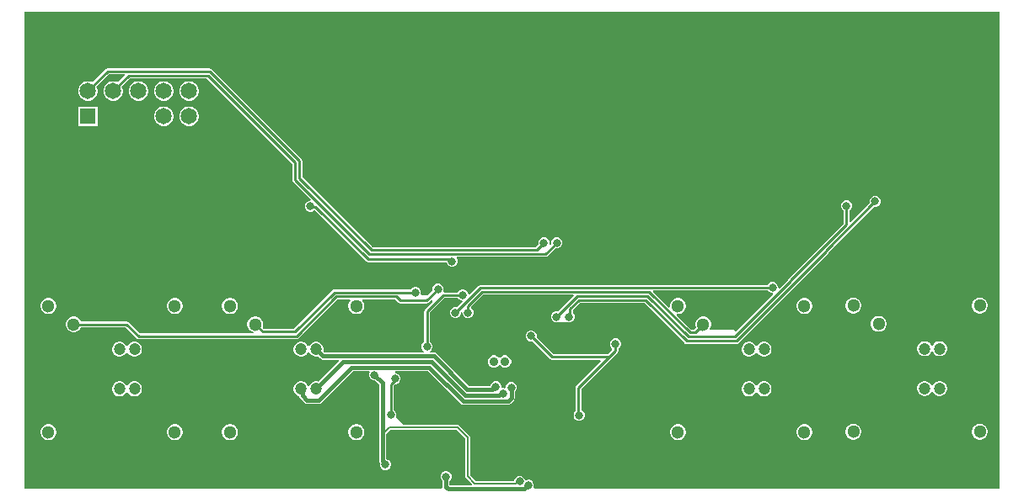
<source format=gbl>
G04*
G04 #@! TF.GenerationSoftware,Altium Limited,Altium Designer,21.2.2 (38)*
G04*
G04 Layer_Physical_Order=2*
G04 Layer_Color=16711680*
%FSLAX25Y25*%
%MOIN*%
G70*
G04*
G04 #@! TF.SameCoordinates,A8DC1787-E1FC-4306-BF81-433DAE83029F*
G04*
G04*
G04 #@! TF.FilePolarity,Positive*
G04*
G01*
G75*
%ADD13C,0.01000*%
%ADD38C,0.13780*%
%ADD40C,0.00800*%
%ADD41C,0.01575*%
%ADD44C,0.03583*%
%ADD45C,0.05118*%
%ADD46C,0.04724*%
%ADD47C,0.06496*%
%ADD48R,0.06496X0.06496*%
%ADD49C,0.03150*%
G36*
X389764Y3937D02*
X205642D01*
X205308Y4437D01*
X205452Y4784D01*
Y5649D01*
X205121Y6448D01*
X204509Y7060D01*
X203710Y7391D01*
X202845D01*
X202472Y7237D01*
X201978Y7224D01*
X201647Y8023D01*
X201035Y8635D01*
X200236Y8966D01*
X199371D01*
X198571Y8635D01*
X197959Y8023D01*
X197628Y7224D01*
Y7023D01*
X182509D01*
X180252Y9281D01*
Y24213D01*
X180174Y24603D01*
X179953Y24934D01*
X176016Y28871D01*
X175686Y29092D01*
X175295Y29169D01*
X153921D01*
X150952Y32138D01*
X150800Y32366D01*
X150994Y32835D01*
Y33700D01*
X150663Y34500D01*
X150051Y35111D01*
X149941Y35157D01*
Y44798D01*
X150454Y45311D01*
X150893D01*
X151693Y45642D01*
X152304Y46254D01*
X152636Y47053D01*
Y47918D01*
X152304Y48718D01*
X151693Y49329D01*
X150893Y49661D01*
X150591D01*
Y50554D01*
X163489D01*
X176460Y37582D01*
X176919Y37276D01*
X177461Y37168D01*
X195223D01*
X195764Y37276D01*
X196223Y37582D01*
X197457Y38816D01*
X197764Y39275D01*
X197871Y39817D01*
Y42354D01*
X198300Y42783D01*
X198632Y43582D01*
Y44448D01*
X198300Y45247D01*
X197689Y45859D01*
X196889Y46190D01*
X196024D01*
X195225Y45859D01*
X194613Y45247D01*
X194282Y44448D01*
Y44026D01*
X193782Y43692D01*
X193715Y43720D01*
X193056D01*
X192823Y43765D01*
X192594Y44155D01*
Y44675D01*
X192263Y45475D01*
X191651Y46087D01*
X190852Y46418D01*
X189987D01*
X189187Y46087D01*
X188575Y45475D01*
X188244Y44675D01*
Y44584D01*
X179661D01*
X166847Y57398D01*
X166388Y57705D01*
X165846Y57812D01*
X164564D01*
X164444Y58217D01*
X164439Y58312D01*
X165033Y58906D01*
X165364Y59705D01*
Y60570D01*
X165033Y61370D01*
X164421Y61981D01*
X164311Y62027D01*
Y73688D01*
X170061Y79439D01*
X175392D01*
X175438Y79328D01*
X176049Y78717D01*
X176849Y78386D01*
X176934D01*
X177125Y77924D01*
X174952Y75751D01*
X174842Y75797D01*
X173977D01*
X173178Y75466D01*
X172566Y74854D01*
X172235Y74055D01*
Y73189D01*
X172566Y72390D01*
X173178Y71778D01*
X173977Y71447D01*
X174842D01*
X175641Y71778D01*
X176253Y72390D01*
X176584Y73189D01*
Y73880D01*
X176656Y73929D01*
X177156Y73664D01*
Y73189D01*
X177487Y72390D01*
X178099Y71778D01*
X178898Y71447D01*
X179763D01*
X180563Y71778D01*
X181174Y72390D01*
X181506Y73189D01*
Y74055D01*
X181174Y74854D01*
X180563Y75466D01*
X180611Y75973D01*
X185431Y80793D01*
X220934D01*
X221125Y80331D01*
X214883Y74090D01*
X214773Y74135D01*
X213908D01*
X213109Y73804D01*
X212497Y73193D01*
X212166Y72393D01*
Y71528D01*
X212497Y70729D01*
X213109Y70117D01*
X213908Y69786D01*
X214773D01*
X215345Y70023D01*
X215426Y69882D01*
X218209D01*
Y69882D01*
X218388Y70001D01*
X218908Y69786D01*
X219773D01*
X220572Y70117D01*
X221184Y70729D01*
X221515Y71528D01*
Y72393D01*
X221184Y73193D01*
X220800Y73577D01*
Y74571D01*
X223749Y77520D01*
X249138D01*
X265049Y61608D01*
X265049Y61608D01*
X265413Y61365D01*
X265842Y61280D01*
X265842Y61280D01*
X285476D01*
X285476Y61280D01*
X285905Y61365D01*
X286269Y61608D01*
X321850Y97189D01*
X321850Y97189D01*
X322093Y97553D01*
X322147Y97825D01*
X339910Y115587D01*
X340020Y115542D01*
X340885D01*
X341685Y115873D01*
X342297Y116485D01*
X342628Y117284D01*
Y118149D01*
X342297Y118948D01*
X341685Y119560D01*
X340885Y119891D01*
X340020D01*
X339221Y119560D01*
X338609Y118948D01*
X338278Y118149D01*
Y117284D01*
X338324Y117174D01*
X330619Y109469D01*
X330157Y109660D01*
Y114055D01*
X330267Y114101D01*
X330879Y114713D01*
X331210Y115512D01*
Y116377D01*
X330879Y117177D01*
X330267Y117789D01*
X329468Y118120D01*
X328603D01*
X327803Y117789D01*
X327192Y117177D01*
X326861Y116377D01*
Y115512D01*
X327192Y114713D01*
X327803Y114101D01*
X327914Y114055D01*
Y109032D01*
X306168Y87286D01*
X305925Y86922D01*
X305870Y86644D01*
X302517Y83292D01*
X302017Y83499D01*
Y83996D01*
X301686Y84795D01*
X301075Y85407D01*
X300275Y85738D01*
X299410D01*
X298611Y85407D01*
X297999Y84795D01*
X297953Y84685D01*
X184350D01*
X183921Y84599D01*
X183557Y84356D01*
X183557Y84356D01*
X179918Y80717D01*
X179456Y80908D01*
Y80993D01*
X179125Y81792D01*
X178513Y82404D01*
X177714Y82735D01*
X176849D01*
X176049Y82404D01*
X175438Y81792D01*
X175392Y81682D01*
X169874D01*
X169536Y82143D01*
X169533Y82165D01*
X169689Y82541D01*
Y83406D01*
X169358Y84206D01*
X168746Y84817D01*
X167947Y85149D01*
X167081D01*
X166282Y84817D01*
X165670Y84206D01*
X165339Y83406D01*
Y82541D01*
X165385Y82431D01*
X163610Y80656D01*
X160938D01*
X160660Y81072D01*
X160738Y81260D01*
Y82126D01*
X160407Y82925D01*
X159795Y83537D01*
X158996Y83868D01*
X158130D01*
X157331Y83537D01*
X156719Y82925D01*
X156674Y82815D01*
X126530D01*
X126530Y82815D01*
X126101Y82729D01*
X125737Y82486D01*
X110416Y67165D01*
X98654D01*
X98129Y67689D01*
X98180Y67777D01*
X98395Y68580D01*
Y69412D01*
X98180Y70215D01*
X97764Y70936D01*
X97176Y71524D01*
X96456Y71940D01*
X95652Y72155D01*
X94820D01*
X94017Y71940D01*
X93296Y71524D01*
X92708Y70936D01*
X92292Y70215D01*
X92077Y69412D01*
Y68580D01*
X92292Y67777D01*
X92708Y67056D01*
X93296Y66468D01*
X94017Y66052D01*
X94611Y65893D01*
X94545Y65393D01*
X49599D01*
X45203Y69789D01*
X44839Y70032D01*
X44410Y70118D01*
X44410Y70118D01*
X26379D01*
X26352Y70215D01*
X25936Y70936D01*
X25348Y71524D01*
X24628Y71940D01*
X23824Y72155D01*
X22993D01*
X22189Y71940D01*
X21469Y71524D01*
X20881Y70936D01*
X20465Y70215D01*
X20250Y69412D01*
Y68580D01*
X20465Y67777D01*
X20881Y67056D01*
X21469Y66468D01*
X22189Y66052D01*
X22993Y65837D01*
X23824D01*
X24628Y66052D01*
X25348Y66468D01*
X25936Y67056D01*
X26352Y67777D01*
X26379Y67874D01*
X43945D01*
X48341Y63479D01*
X48341Y63479D01*
X48705Y63235D01*
X49134Y63150D01*
X111614D01*
X111614Y63150D01*
X112043Y63235D01*
X112407Y63479D01*
X127900Y78971D01*
X132753D01*
X132960Y78471D01*
X132708Y78219D01*
X132292Y77499D01*
X132077Y76695D01*
Y75864D01*
X132292Y75060D01*
X132708Y74340D01*
X133297Y73752D01*
X134017Y73336D01*
X134820Y73120D01*
X135652D01*
X136456Y73336D01*
X137176Y73752D01*
X137764Y74340D01*
X138180Y75060D01*
X138395Y75864D01*
Y76695D01*
X138180Y77499D01*
X137764Y78219D01*
X137512Y78471D01*
X137719Y78971D01*
X150545D01*
X151831Y77685D01*
X152195Y77442D01*
X152624Y77356D01*
X152624Y77356D01*
X163018D01*
X163018Y77356D01*
X163448Y77442D01*
X163811Y77685D01*
X164605Y78478D01*
X165221D01*
X165428Y77978D01*
X162396Y74946D01*
X162153Y74582D01*
X162067Y74153D01*
X162067Y74153D01*
Y62027D01*
X161957Y61981D01*
X161345Y61370D01*
X161014Y60570D01*
Y59705D01*
X161345Y58906D01*
X161939Y58312D01*
X161934Y58217D01*
X161814Y57812D01*
X122633D01*
X122133Y58313D01*
X122254Y58764D01*
Y59544D01*
X122052Y60297D01*
X121662Y60972D01*
X121110Y61524D01*
X120435Y61914D01*
X119681Y62116D01*
X118901D01*
X118148Y61914D01*
X117473Y61524D01*
X116921Y60972D01*
X116616Y60444D01*
X116512Y60411D01*
X116165D01*
X116061Y60444D01*
X115756Y60972D01*
X115205Y61524D01*
X114529Y61914D01*
X113776Y62116D01*
X112996D01*
X112242Y61914D01*
X111567Y61524D01*
X111015Y60972D01*
X110626Y60297D01*
X110424Y59544D01*
Y58764D01*
X110626Y58010D01*
X111015Y57335D01*
X111567Y56783D01*
X112242Y56393D01*
X112996Y56191D01*
X113776D01*
X114529Y56393D01*
X115205Y56783D01*
X115756Y57335D01*
X116061Y57863D01*
X116165Y57896D01*
X116512D01*
X116616Y57863D01*
X116921Y57335D01*
X117473Y56783D01*
X118148Y56393D01*
X118901Y56191D01*
X119681D01*
X120132Y56312D01*
X121047Y55397D01*
X121506Y55091D01*
X122047Y54983D01*
X128215D01*
X128406Y54521D01*
X120132Y46247D01*
X119681Y46368D01*
X118901D01*
X118148Y46166D01*
X117473Y45776D01*
X116921Y45224D01*
X116616Y44696D01*
X116512Y44663D01*
X116165D01*
X116061Y44696D01*
X115756Y45224D01*
X115205Y45776D01*
X114529Y46166D01*
X113776Y46368D01*
X112996D01*
X112242Y46166D01*
X111567Y45776D01*
X111015Y45224D01*
X110626Y44549D01*
X110424Y43795D01*
Y43016D01*
X110626Y42262D01*
X111015Y41587D01*
X111567Y41035D01*
X112242Y40645D01*
X112612Y40546D01*
X112682Y40195D01*
X112988Y39736D01*
X114748Y37976D01*
X115207Y37670D01*
X115748Y37562D01*
X120276D01*
X120817Y37670D01*
X121276Y37976D01*
X133854Y50554D01*
X140196D01*
X140457Y50054D01*
X140203Y49439D01*
Y48574D01*
X140534Y47774D01*
X141146Y47163D01*
X141945Y46832D01*
X142552D01*
X144255Y45129D01*
Y25689D01*
Y14895D01*
X144362Y14353D01*
X144546Y14079D01*
X144479Y13917D01*
Y13052D01*
X144810Y12252D01*
X145422Y11641D01*
X146221Y11310D01*
X147086D01*
X147886Y11641D01*
X148497Y12252D01*
X148828Y13052D01*
Y13917D01*
X148497Y14716D01*
X147886Y15328D01*
X147086Y15659D01*
X147084D01*
Y25662D01*
X148552Y27130D01*
X174873D01*
X178213Y23790D01*
Y8858D01*
X178290Y8468D01*
X178511Y8137D01*
X180994Y5655D01*
X180787Y5155D01*
X172178D01*
X172084Y5249D01*
Y7000D01*
X172513Y7429D01*
X172844Y8229D01*
Y9094D01*
X172513Y9893D01*
X171901Y10505D01*
X171102Y10836D01*
X170237D01*
X169437Y10505D01*
X168826Y9893D01*
X168494Y9094D01*
Y8229D01*
X168826Y7429D01*
X169255Y7000D01*
Y4663D01*
X169300Y4437D01*
X168930Y3937D01*
X3937D01*
Y192913D01*
X389764D01*
Y3937D01*
D02*
G37*
G36*
X297999Y82331D02*
X298611Y81719D01*
X299410Y81388D01*
X299907D01*
X300114Y80888D01*
X285385Y66160D01*
X284696Y66849D01*
X275387D01*
X275099Y67349D01*
X275345Y67777D01*
X275561Y68580D01*
Y69412D01*
X275345Y70215D01*
X274929Y70936D01*
X274341Y71524D01*
X273621Y71940D01*
X272817Y72155D01*
X271986D01*
X271182Y71940D01*
X270462Y71524D01*
X269874Y70936D01*
X269458Y70215D01*
X269243Y69412D01*
Y68580D01*
X269458Y67777D01*
X269508Y67689D01*
X268689Y66870D01*
X267590D01*
X261810Y72650D01*
X261930Y72971D01*
X262047Y73120D01*
X262818D01*
X263621Y73336D01*
X264341Y73752D01*
X264930Y74340D01*
X265345Y75060D01*
X265561Y75864D01*
Y76695D01*
X265345Y77499D01*
X264930Y78219D01*
X264341Y78807D01*
X263621Y79223D01*
X262818Y79439D01*
X261986D01*
X261182Y79223D01*
X260462Y78807D01*
X259874Y78219D01*
X259458Y77499D01*
X259243Y76695D01*
Y75925D01*
X259093Y75808D01*
X258772Y75688D01*
X252481Y81980D01*
X252672Y82441D01*
X297953D01*
X297999Y82331D01*
D02*
G37*
%LPC*%
G36*
X77169Y170413D02*
X77169Y170413D01*
X36831D01*
X36831Y170413D01*
X36402Y170327D01*
X36038Y170084D01*
X36038Y170084D01*
X30867Y164913D01*
X30540Y165102D01*
X29562Y165364D01*
X28548D01*
X27570Y165102D01*
X26692Y164595D01*
X25976Y163879D01*
X25469Y163001D01*
X25207Y162022D01*
Y161009D01*
X25469Y160030D01*
X25976Y159153D01*
X26692Y158437D01*
X27570Y157930D01*
X28548Y157668D01*
X29562D01*
X30540Y157930D01*
X31418Y158437D01*
X32134Y159153D01*
X32641Y160030D01*
X32903Y161009D01*
Y162022D01*
X32641Y163001D01*
X32453Y163327D01*
X37295Y168170D01*
X43470D01*
X43661Y167708D01*
X40867Y164913D01*
X40540Y165102D01*
X39562Y165364D01*
X38548D01*
X37570Y165102D01*
X36692Y164595D01*
X35976Y163879D01*
X35469Y163001D01*
X35207Y162022D01*
Y161009D01*
X35469Y160030D01*
X35976Y159153D01*
X36692Y158437D01*
X37570Y157930D01*
X38548Y157668D01*
X39562D01*
X40540Y157930D01*
X41418Y158437D01*
X42134Y159153D01*
X42641Y160030D01*
X42903Y161009D01*
Y162022D01*
X42641Y163001D01*
X42453Y163327D01*
X45622Y166497D01*
X76012D01*
X109902Y132606D01*
Y126280D01*
X109902Y126280D01*
X109987Y125850D01*
X110231Y125487D01*
X117196Y118521D01*
X116989Y118021D01*
X116595D01*
X115796Y117690D01*
X115184Y117078D01*
X114853Y116279D01*
Y115414D01*
X115184Y114614D01*
X115796Y114003D01*
X116595Y113672D01*
X117460D01*
X118260Y114003D01*
X118658Y114401D01*
X139069Y93990D01*
X139069Y93990D01*
X139433Y93747D01*
X139862Y93662D01*
X139862Y93662D01*
X170896D01*
Y93563D01*
X171227Y92764D01*
X171839Y92152D01*
X172638Y91821D01*
X173503D01*
X174303Y92152D01*
X174915Y92764D01*
X175246Y93563D01*
Y94429D01*
X174915Y95228D01*
X174876Y95267D01*
X175067Y95729D01*
X210039D01*
X210039Y95729D01*
X210469Y95814D01*
X210832Y96057D01*
X213926Y99151D01*
X214036Y99105D01*
X214901D01*
X215700Y99436D01*
X216312Y100048D01*
X216643Y100847D01*
Y101712D01*
X216312Y102512D01*
X215700Y103123D01*
X214901Y103454D01*
X214036D01*
X213237Y103123D01*
X212625Y102512D01*
X212294Y101712D01*
Y100847D01*
X212339Y100737D01*
X211963Y100361D01*
X211539Y100644D01*
X211624Y100847D01*
Y101712D01*
X211293Y102512D01*
X210681Y103123D01*
X209881Y103454D01*
X209016D01*
X208217Y103123D01*
X207605Y102512D01*
X207274Y101712D01*
Y100847D01*
X207320Y100737D01*
X206228Y99645D01*
X141611D01*
X113818Y127437D01*
Y133764D01*
X113818Y133764D01*
X113733Y134193D01*
X113490Y134557D01*
X113490Y134557D01*
X77962Y170084D01*
X77599Y170327D01*
X77169Y170413D01*
D02*
G37*
G36*
X69562Y165364D02*
X68549D01*
X67570Y165102D01*
X66692Y164595D01*
X65976Y163879D01*
X65469Y163001D01*
X65207Y162022D01*
Y161009D01*
X65469Y160030D01*
X65976Y159153D01*
X66692Y158437D01*
X67570Y157930D01*
X68549Y157668D01*
X69562D01*
X70540Y157930D01*
X71418Y158437D01*
X72134Y159153D01*
X72641Y160030D01*
X72903Y161009D01*
Y162022D01*
X72641Y163001D01*
X72134Y163879D01*
X71418Y164595D01*
X70540Y165102D01*
X69562Y165364D01*
D02*
G37*
G36*
X59562D02*
X58548D01*
X57570Y165102D01*
X56692Y164595D01*
X55976Y163879D01*
X55469Y163001D01*
X55207Y162022D01*
Y161009D01*
X55469Y160030D01*
X55976Y159153D01*
X56692Y158437D01*
X57570Y157930D01*
X58548Y157668D01*
X59562D01*
X60540Y157930D01*
X61418Y158437D01*
X62134Y159153D01*
X62641Y160030D01*
X62903Y161009D01*
Y162022D01*
X62641Y163001D01*
X62134Y163879D01*
X61418Y164595D01*
X60540Y165102D01*
X59562Y165364D01*
D02*
G37*
G36*
X49562D02*
X48548D01*
X47570Y165102D01*
X46692Y164595D01*
X45976Y163879D01*
X45469Y163001D01*
X45207Y162022D01*
Y161009D01*
X45469Y160030D01*
X45976Y159153D01*
X46692Y158437D01*
X47570Y157930D01*
X48548Y157668D01*
X49562D01*
X50540Y157930D01*
X51418Y158437D01*
X52134Y159153D01*
X52641Y160030D01*
X52903Y161009D01*
Y162022D01*
X52641Y163001D01*
X52134Y163879D01*
X51418Y164595D01*
X50540Y165102D01*
X49562Y165364D01*
D02*
G37*
G36*
X69562Y155364D02*
X68549D01*
X67570Y155102D01*
X66692Y154595D01*
X65976Y153878D01*
X65469Y153001D01*
X65207Y152022D01*
Y151009D01*
X65469Y150031D01*
X65976Y149153D01*
X66692Y148437D01*
X67570Y147930D01*
X68549Y147668D01*
X69562D01*
X70540Y147930D01*
X71418Y148437D01*
X72134Y149153D01*
X72641Y150031D01*
X72903Y151009D01*
Y152022D01*
X72641Y153001D01*
X72134Y153878D01*
X71418Y154595D01*
X70540Y155102D01*
X69562Y155364D01*
D02*
G37*
G36*
X59562D02*
X58548D01*
X57570Y155102D01*
X56692Y154595D01*
X55976Y153878D01*
X55469Y153001D01*
X55207Y152022D01*
Y151009D01*
X55469Y150031D01*
X55976Y149153D01*
X56692Y148437D01*
X57570Y147930D01*
X58548Y147668D01*
X59562D01*
X60540Y147930D01*
X61418Y148437D01*
X62134Y149153D01*
X62641Y150031D01*
X62903Y151009D01*
Y152022D01*
X62641Y153001D01*
X62134Y153878D01*
X61418Y154595D01*
X60540Y155102D01*
X59562Y155364D01*
D02*
G37*
G36*
X32903D02*
X25207D01*
Y147668D01*
X32903D01*
Y155364D01*
D02*
G37*
G36*
X382244Y79638D02*
X381412D01*
X380609Y79423D01*
X379888Y79007D01*
X379300Y78419D01*
X378884Y77698D01*
X378669Y76895D01*
Y76063D01*
X378884Y75260D01*
X379300Y74539D01*
X379888Y73951D01*
X380609Y73535D01*
X381412Y73320D01*
X382244D01*
X383048Y73535D01*
X383768Y73951D01*
X384356Y74539D01*
X384772Y75260D01*
X384987Y76063D01*
Y76895D01*
X384772Y77698D01*
X384356Y78419D01*
X383768Y79007D01*
X383048Y79423D01*
X382244Y79638D01*
D02*
G37*
G36*
X332244D02*
X331412D01*
X330609Y79423D01*
X329888Y79007D01*
X329300Y78419D01*
X328884Y77698D01*
X328669Y76895D01*
Y76063D01*
X328884Y75260D01*
X329300Y74539D01*
X329888Y73951D01*
X330609Y73535D01*
X331412Y73320D01*
X332244D01*
X333048Y73535D01*
X333768Y73951D01*
X334356Y74539D01*
X334772Y75260D01*
X334987Y76063D01*
Y76895D01*
X334772Y77698D01*
X334356Y78419D01*
X333768Y79007D01*
X333048Y79423D01*
X332244Y79638D01*
D02*
G37*
G36*
X312818Y79439D02*
X311986D01*
X311182Y79223D01*
X310462Y78807D01*
X309874Y78219D01*
X309458Y77499D01*
X309243Y76695D01*
Y75864D01*
X309458Y75060D01*
X309874Y74340D01*
X310462Y73752D01*
X311182Y73336D01*
X311986Y73120D01*
X312818D01*
X313621Y73336D01*
X314341Y73752D01*
X314930Y74340D01*
X315345Y75060D01*
X315561Y75864D01*
Y76695D01*
X315345Y77499D01*
X314930Y78219D01*
X314341Y78807D01*
X313621Y79223D01*
X312818Y79439D01*
D02*
G37*
G36*
X85652D02*
X84820D01*
X84017Y79223D01*
X83297Y78807D01*
X82708Y78219D01*
X82292Y77499D01*
X82077Y76695D01*
Y75864D01*
X82292Y75060D01*
X82708Y74340D01*
X83297Y73752D01*
X84017Y73336D01*
X84820Y73120D01*
X85652D01*
X86456Y73336D01*
X87176Y73752D01*
X87764Y74340D01*
X88180Y75060D01*
X88395Y75864D01*
Y76695D01*
X88180Y77499D01*
X87764Y78219D01*
X87176Y78807D01*
X86456Y79223D01*
X85652Y79439D01*
D02*
G37*
G36*
X63824D02*
X62993D01*
X62189Y79223D01*
X61469Y78807D01*
X60881Y78219D01*
X60465Y77499D01*
X60250Y76695D01*
Y75864D01*
X60465Y75060D01*
X60881Y74340D01*
X61469Y73752D01*
X62189Y73336D01*
X62993Y73120D01*
X63824D01*
X64628Y73336D01*
X65348Y73752D01*
X65936Y74340D01*
X66352Y75060D01*
X66568Y75864D01*
Y76695D01*
X66352Y77499D01*
X65936Y78219D01*
X65348Y78807D01*
X64628Y79223D01*
X63824Y79439D01*
D02*
G37*
G36*
X13825D02*
X12993D01*
X12189Y79223D01*
X11469Y78807D01*
X10881Y78219D01*
X10465Y77499D01*
X10250Y76695D01*
Y75864D01*
X10465Y75060D01*
X10881Y74340D01*
X11469Y73752D01*
X12189Y73336D01*
X12993Y73120D01*
X13825D01*
X14628Y73336D01*
X15348Y73752D01*
X15936Y74340D01*
X16352Y75060D01*
X16568Y75864D01*
Y76695D01*
X16352Y77499D01*
X15936Y78219D01*
X15348Y78807D01*
X14628Y79223D01*
X13825Y79439D01*
D02*
G37*
G36*
X342244Y72355D02*
X341412D01*
X340609Y72139D01*
X339888Y71723D01*
X339300Y71135D01*
X338884Y70415D01*
X338669Y69611D01*
Y68780D01*
X338884Y67976D01*
X339300Y67256D01*
X339888Y66668D01*
X340609Y66252D01*
X341412Y66036D01*
X342244D01*
X343047Y66252D01*
X343768Y66668D01*
X344356Y67256D01*
X344772Y67976D01*
X344987Y68780D01*
Y69611D01*
X344772Y70415D01*
X344356Y71135D01*
X343768Y71723D01*
X343047Y72139D01*
X342244Y72355D01*
D02*
G37*
G36*
X366273Y62315D02*
X365493D01*
X364740Y62113D01*
X364064Y61723D01*
X363513Y61172D01*
X363208Y60643D01*
X363104Y60611D01*
X362757D01*
X362653Y60643D01*
X362348Y61172D01*
X361797Y61723D01*
X361121Y62113D01*
X360368Y62315D01*
X359588D01*
X358834Y62113D01*
X358159Y61723D01*
X357607Y61172D01*
X357217Y60496D01*
X357015Y59743D01*
Y58963D01*
X357217Y58210D01*
X357607Y57534D01*
X358159Y56983D01*
X358834Y56593D01*
X359588Y56391D01*
X360368D01*
X361121Y56593D01*
X361797Y56983D01*
X362348Y57534D01*
X362653Y58063D01*
X362757Y58095D01*
X363104D01*
X363208Y58063D01*
X363513Y57534D01*
X364064Y56983D01*
X364740Y56593D01*
X365493Y56391D01*
X366273D01*
X367027Y56593D01*
X367702Y56983D01*
X368254Y57534D01*
X368644Y58210D01*
X368846Y58963D01*
Y59743D01*
X368644Y60496D01*
X368254Y61172D01*
X367702Y61723D01*
X367027Y62113D01*
X366273Y62315D01*
D02*
G37*
G36*
X296847Y62116D02*
X296067D01*
X295313Y61914D01*
X294638Y61524D01*
X294086Y60972D01*
X293781Y60444D01*
X293677Y60411D01*
X293331D01*
X293227Y60444D01*
X292921Y60972D01*
X292370Y61524D01*
X291695Y61914D01*
X290941Y62116D01*
X290161D01*
X289408Y61914D01*
X288732Y61524D01*
X288181Y60972D01*
X287791Y60297D01*
X287589Y59544D01*
Y58764D01*
X287791Y58010D01*
X288181Y57335D01*
X288732Y56783D01*
X289408Y56393D01*
X290161Y56191D01*
X290941D01*
X291695Y56393D01*
X292370Y56783D01*
X292921Y57335D01*
X293227Y57863D01*
X293331Y57896D01*
X293677D01*
X293781Y57863D01*
X294086Y57335D01*
X294638Y56783D01*
X295313Y56393D01*
X296067Y56191D01*
X296847D01*
X297600Y56393D01*
X298275Y56783D01*
X298827Y57335D01*
X299217Y58010D01*
X299419Y58764D01*
Y59544D01*
X299217Y60297D01*
X298827Y60972D01*
X298275Y61524D01*
X297600Y61914D01*
X296847Y62116D01*
D02*
G37*
G36*
X47854D02*
X47074D01*
X46320Y61914D01*
X45645Y61524D01*
X45093Y60972D01*
X44788Y60444D01*
X44684Y60411D01*
X44338D01*
X44234Y60444D01*
X43929Y60972D01*
X43377Y61524D01*
X42702Y61914D01*
X41948Y62116D01*
X41168D01*
X40415Y61914D01*
X39739Y61524D01*
X39188Y60972D01*
X38798Y60297D01*
X38596Y59544D01*
Y58764D01*
X38798Y58010D01*
X39188Y57335D01*
X39739Y56783D01*
X40415Y56393D01*
X41168Y56191D01*
X41948D01*
X42702Y56393D01*
X43377Y56783D01*
X43929Y57335D01*
X44234Y57863D01*
X44338Y57896D01*
X44684D01*
X44788Y57863D01*
X45093Y57335D01*
X45645Y56783D01*
X46320Y56393D01*
X47074Y56191D01*
X47854D01*
X48607Y56393D01*
X49283Y56783D01*
X49834Y57335D01*
X50224Y58010D01*
X50426Y58764D01*
Y59544D01*
X50224Y60297D01*
X49834Y60972D01*
X49283Y61524D01*
X48607Y61914D01*
X47854Y62116D01*
D02*
G37*
G36*
X194570Y56722D02*
X193619D01*
X192740Y56358D01*
X192255Y55873D01*
X191929Y55741D01*
X191604Y55873D01*
X191118Y56358D01*
X190240Y56722D01*
X189288D01*
X188409Y56358D01*
X187736Y55686D01*
X187372Y54807D01*
Y53855D01*
X187736Y52976D01*
X188409Y52304D01*
X189288Y51940D01*
X190240D01*
X191118Y52304D01*
X191604Y52789D01*
X191929Y52921D01*
X192255Y52789D01*
X192740Y52304D01*
X193619Y51940D01*
X194570D01*
X195449Y52304D01*
X196122Y52976D01*
X196486Y53855D01*
Y54807D01*
X196122Y55686D01*
X195449Y56358D01*
X194570Y56722D01*
D02*
G37*
G36*
X366273Y46567D02*
X365493D01*
X364740Y46365D01*
X364064Y45975D01*
X363513Y45424D01*
X363208Y44895D01*
X363104Y44863D01*
X362757D01*
X362653Y44895D01*
X362348Y45424D01*
X361797Y45975D01*
X361121Y46365D01*
X360368Y46567D01*
X359588D01*
X358834Y46365D01*
X358159Y45975D01*
X357607Y45424D01*
X357217Y44748D01*
X357015Y43995D01*
Y43215D01*
X357217Y42462D01*
X357607Y41786D01*
X358159Y41235D01*
X358834Y40845D01*
X359588Y40643D01*
X360368D01*
X361121Y40845D01*
X361797Y41235D01*
X362348Y41786D01*
X362653Y42315D01*
X362757Y42347D01*
X363104D01*
X363208Y42315D01*
X363513Y41786D01*
X364064Y41235D01*
X364740Y40845D01*
X365493Y40643D01*
X366273D01*
X367027Y40845D01*
X367702Y41235D01*
X368254Y41786D01*
X368644Y42462D01*
X368846Y43215D01*
Y43995D01*
X368644Y44748D01*
X368254Y45424D01*
X367702Y45975D01*
X367027Y46365D01*
X366273Y46567D01*
D02*
G37*
G36*
X296847Y46368D02*
X296067D01*
X295313Y46166D01*
X294638Y45776D01*
X294086Y45224D01*
X293781Y44696D01*
X293677Y44663D01*
X293331D01*
X293227Y44696D01*
X292921Y45224D01*
X292370Y45776D01*
X291695Y46166D01*
X290941Y46368D01*
X290161D01*
X289408Y46166D01*
X288732Y45776D01*
X288181Y45224D01*
X287791Y44549D01*
X287589Y43795D01*
Y43016D01*
X287791Y42262D01*
X288181Y41587D01*
X288732Y41035D01*
X289408Y40645D01*
X290161Y40443D01*
X290941D01*
X291695Y40645D01*
X292370Y41035D01*
X292921Y41587D01*
X293227Y42115D01*
X293331Y42148D01*
X293677D01*
X293781Y42115D01*
X294086Y41587D01*
X294638Y41035D01*
X295313Y40645D01*
X296067Y40443D01*
X296847D01*
X297600Y40645D01*
X298275Y41035D01*
X298827Y41587D01*
X299217Y42262D01*
X299419Y43016D01*
Y43795D01*
X299217Y44549D01*
X298827Y45224D01*
X298275Y45776D01*
X297600Y46166D01*
X296847Y46368D01*
D02*
G37*
G36*
X47854D02*
X47074D01*
X46320Y46166D01*
X45645Y45776D01*
X45093Y45224D01*
X44788Y44696D01*
X44684Y44663D01*
X44338D01*
X44234Y44696D01*
X43929Y45224D01*
X43377Y45776D01*
X42702Y46166D01*
X41948Y46368D01*
X41168D01*
X40415Y46166D01*
X39739Y45776D01*
X39188Y45224D01*
X38798Y44549D01*
X38596Y43795D01*
Y43016D01*
X38798Y42262D01*
X39188Y41587D01*
X39739Y41035D01*
X40415Y40645D01*
X41168Y40443D01*
X41948D01*
X42702Y40645D01*
X43377Y41035D01*
X43929Y41587D01*
X44234Y42115D01*
X44338Y42148D01*
X44684D01*
X44788Y42115D01*
X45093Y41587D01*
X45645Y41035D01*
X46320Y40645D01*
X47074Y40443D01*
X47854D01*
X48607Y40645D01*
X49283Y41035D01*
X49834Y41587D01*
X50224Y42262D01*
X50426Y43016D01*
Y43795D01*
X50224Y44549D01*
X49834Y45224D01*
X49283Y45776D01*
X48607Y46166D01*
X47854Y46368D01*
D02*
G37*
G36*
X204783Y66547D02*
X203918D01*
X203118Y66216D01*
X202507Y65604D01*
X202176Y64805D01*
Y63939D01*
X202507Y63140D01*
X203118Y62528D01*
X203918Y62197D01*
X204783D01*
X204893Y62243D01*
X211827Y55309D01*
X211827Y55309D01*
X212191Y55066D01*
X212620Y54981D01*
X231777D01*
X231968Y54519D01*
X222238Y44789D01*
X221995Y44425D01*
X221910Y43996D01*
X221910Y43996D01*
Y34631D01*
X221455Y34177D01*
X221124Y33377D01*
Y32512D01*
X221455Y31713D01*
X222067Y31101D01*
X222867Y30770D01*
X223732D01*
X224531Y31101D01*
X225143Y31713D01*
X225474Y32512D01*
Y33377D01*
X225143Y34177D01*
X224531Y34789D01*
X224153Y34945D01*
Y43532D01*
X235931Y55309D01*
X235931Y55309D01*
X238490Y57868D01*
X238490Y57868D01*
X238733Y58232D01*
X238818Y58661D01*
Y59297D01*
X239016Y59379D01*
X239628Y59991D01*
X239959Y60790D01*
Y61655D01*
X239628Y62454D01*
X239016Y63066D01*
X238216Y63397D01*
X237351D01*
X236552Y63066D01*
X235940Y62454D01*
X235609Y61655D01*
Y60790D01*
X235940Y59991D01*
X236384Y59547D01*
X236393Y58986D01*
X236364Y58915D01*
X234673Y57224D01*
X213085D01*
X206480Y63829D01*
X206525Y63939D01*
Y64805D01*
X206194Y65604D01*
X205582Y66216D01*
X204783Y66547D01*
D02*
G37*
G36*
X382244Y29638D02*
X381412D01*
X380609Y29423D01*
X379888Y29007D01*
X379300Y28419D01*
X378884Y27698D01*
X378669Y26895D01*
Y26063D01*
X378884Y25260D01*
X379300Y24539D01*
X379888Y23951D01*
X380609Y23535D01*
X381412Y23320D01*
X382244D01*
X383048Y23535D01*
X383768Y23951D01*
X384356Y24539D01*
X384772Y25260D01*
X384987Y26063D01*
Y26895D01*
X384772Y27698D01*
X384356Y28419D01*
X383768Y29007D01*
X383048Y29423D01*
X382244Y29638D01*
D02*
G37*
G36*
X332244D02*
X331412D01*
X330609Y29423D01*
X329888Y29007D01*
X329300Y28419D01*
X328884Y27698D01*
X328669Y26895D01*
Y26063D01*
X328884Y25260D01*
X329300Y24539D01*
X329888Y23951D01*
X330609Y23535D01*
X331412Y23320D01*
X332244D01*
X333048Y23535D01*
X333768Y23951D01*
X334356Y24539D01*
X334772Y25260D01*
X334987Y26063D01*
Y26895D01*
X334772Y27698D01*
X334356Y28419D01*
X333768Y29007D01*
X333048Y29423D01*
X332244Y29638D01*
D02*
G37*
G36*
X312818Y29439D02*
X311986D01*
X311182Y29223D01*
X310462Y28807D01*
X309874Y28219D01*
X309458Y27499D01*
X309243Y26695D01*
Y25864D01*
X309458Y25060D01*
X309874Y24340D01*
X310462Y23752D01*
X311182Y23336D01*
X311986Y23121D01*
X312818D01*
X313621Y23336D01*
X314341Y23752D01*
X314930Y24340D01*
X315345Y25060D01*
X315561Y25864D01*
Y26695D01*
X315345Y27499D01*
X314930Y28219D01*
X314341Y28807D01*
X313621Y29223D01*
X312818Y29439D01*
D02*
G37*
G36*
X262818D02*
X261986D01*
X261182Y29223D01*
X260462Y28807D01*
X259874Y28219D01*
X259458Y27499D01*
X259243Y26695D01*
Y25864D01*
X259458Y25060D01*
X259874Y24340D01*
X260462Y23752D01*
X261182Y23336D01*
X261986Y23121D01*
X262818D01*
X263621Y23336D01*
X264341Y23752D01*
X264930Y24340D01*
X265345Y25060D01*
X265561Y25864D01*
Y26695D01*
X265345Y27499D01*
X264930Y28219D01*
X264341Y28807D01*
X263621Y29223D01*
X262818Y29439D01*
D02*
G37*
G36*
X135652D02*
X134820D01*
X134017Y29223D01*
X133297Y28807D01*
X132708Y28219D01*
X132292Y27499D01*
X132077Y26695D01*
Y25864D01*
X132292Y25060D01*
X132708Y24340D01*
X133297Y23752D01*
X134017Y23336D01*
X134820Y23121D01*
X135652D01*
X136456Y23336D01*
X137176Y23752D01*
X137764Y24340D01*
X138180Y25060D01*
X138395Y25864D01*
Y26695D01*
X138180Y27499D01*
X137764Y28219D01*
X137176Y28807D01*
X136456Y29223D01*
X135652Y29439D01*
D02*
G37*
G36*
X85652D02*
X84820D01*
X84017Y29223D01*
X83297Y28807D01*
X82708Y28219D01*
X82292Y27499D01*
X82077Y26695D01*
Y25864D01*
X82292Y25060D01*
X82708Y24340D01*
X83297Y23752D01*
X84017Y23336D01*
X84820Y23121D01*
X85652D01*
X86456Y23336D01*
X87176Y23752D01*
X87764Y24340D01*
X88180Y25060D01*
X88395Y25864D01*
Y26695D01*
X88180Y27499D01*
X87764Y28219D01*
X87176Y28807D01*
X86456Y29223D01*
X85652Y29439D01*
D02*
G37*
G36*
X63824D02*
X62993D01*
X62189Y29223D01*
X61469Y28807D01*
X60881Y28219D01*
X60465Y27499D01*
X60250Y26695D01*
Y25864D01*
X60465Y25060D01*
X60881Y24340D01*
X61469Y23752D01*
X62189Y23336D01*
X62993Y23121D01*
X63824D01*
X64628Y23336D01*
X65348Y23752D01*
X65936Y24340D01*
X66352Y25060D01*
X66568Y25864D01*
Y26695D01*
X66352Y27499D01*
X65936Y28219D01*
X65348Y28807D01*
X64628Y29223D01*
X63824Y29439D01*
D02*
G37*
G36*
X13825D02*
X12993D01*
X12189Y29223D01*
X11469Y28807D01*
X10881Y28219D01*
X10465Y27499D01*
X10250Y26695D01*
Y25864D01*
X10465Y25060D01*
X10881Y24340D01*
X11469Y23752D01*
X12189Y23336D01*
X12993Y23121D01*
X13825D01*
X14628Y23336D01*
X15348Y23752D01*
X15936Y24340D01*
X16352Y25060D01*
X16568Y25864D01*
Y26695D01*
X16352Y27499D01*
X15936Y28219D01*
X15348Y28807D01*
X14628Y29223D01*
X13825Y29439D01*
D02*
G37*
%LPD*%
D13*
X163189Y60138D02*
Y74153D01*
X169596Y80560D01*
X163018Y78478D02*
X167514Y82974D01*
X152624Y78478D02*
X163018D01*
X167514Y82974D02*
Y82974D01*
X169596Y80560D02*
X177281D01*
X184966Y81915D02*
X250959D01*
X179331Y76279D02*
X184966Y81915D01*
X174409Y73622D02*
X184350Y83563D01*
X179331Y73622D02*
Y76279D01*
X184350Y83563D02*
X299843D01*
X174409Y73622D02*
Y73622D01*
X151009Y80093D02*
X152624Y78478D01*
X148819Y33268D02*
Y45262D01*
X150461Y46904D02*
Y47486D01*
X148819Y45262D02*
X150461Y46904D01*
X266535Y64075D02*
X284887D01*
X265842Y62402D02*
X285476D01*
X284887Y64075D02*
X306961Y86149D01*
X285476Y62402D02*
X321057Y97982D01*
Y98321D01*
X306961Y86149D02*
Y86493D01*
X321057Y98321D02*
X340453Y117717D01*
X306961Y86493D02*
X329035Y108567D01*
X214340Y71961D02*
X222695Y80315D01*
X171702Y94784D02*
X172489Y93996D01*
X119088Y115558D02*
X139862Y94784D01*
X172489Y93996D02*
X173071D01*
X139862Y94784D02*
X171702D01*
X117028Y115847D02*
X117316Y115558D01*
X119088D01*
X329035Y108567D02*
Y115945D01*
X223031Y33212D02*
X223299Y32945D01*
X223031Y33212D02*
Y43996D01*
X223284Y78642D02*
X249602D01*
X219678Y72298D02*
Y75036D01*
X219340Y71961D02*
X219678Y72298D01*
X222695Y80315D02*
X250295D01*
X219678Y75036D02*
X223284Y78642D01*
X250295Y80315D02*
X266535Y64075D01*
X249602Y78642D02*
X265842Y62402D01*
X250959Y81915D02*
X267126Y65748D01*
X269153D02*
X272402Y68996D01*
X267126Y65748D02*
X269153D01*
X223031Y43996D02*
X235138Y56102D01*
X204350Y64372D02*
X212620Y56102D01*
X235138D01*
X237697Y58661D02*
Y61136D01*
X235138Y56102D02*
X237697Y58661D01*
Y61136D02*
X237784Y61222D01*
X29055Y161516D02*
X36831Y169291D01*
X39055Y161516D02*
X45158Y167618D01*
X36831Y169291D02*
X77169D01*
X45158Y167618D02*
X76476D01*
X77169Y169291D02*
X112697Y133764D01*
X76476Y167618D02*
X111024Y133071D01*
Y126280D02*
Y133071D01*
X112697Y126973D02*
Y133764D01*
Y126973D02*
X141146Y98524D01*
X111024Y126280D02*
X140453Y96850D01*
X141146Y98524D02*
X206693D01*
X140453Y96850D02*
X210039D01*
X214469Y101279D01*
X206693Y98524D02*
X209449Y101279D01*
X111614Y64272D02*
X127435Y80093D01*
X151009D01*
X110880Y66043D02*
X126530Y81693D01*
X158563D01*
X95236Y68996D02*
X98189Y66043D01*
X110880D01*
X49134Y64272D02*
X111614D01*
X44410Y68996D02*
X49134Y64272D01*
X23409Y68996D02*
X44410D01*
D38*
X170984Y152539D02*
D03*
X222716Y152539D02*
D03*
D40*
X199167Y6791D02*
X199803D01*
X182087Y6004D02*
X198380D01*
X179232Y8858D02*
X182087Y6004D01*
X198380D02*
X199167Y6791D01*
X175295Y28150D02*
X179232Y24213D01*
Y8858D02*
Y24213D01*
X148130Y28150D02*
X175295D01*
X145669Y25689D02*
X148130Y28150D01*
D41*
X146653Y13484D02*
Y13910D01*
X145669Y14895D02*
X146653Y13910D01*
X188919Y43169D02*
X189993Y44243D01*
X165846Y56398D02*
X179075Y43169D01*
X189993Y44243D02*
X190419D01*
X179075Y43169D02*
X188919D01*
X195223Y38583D02*
X196457Y39817D01*
X178325Y40843D02*
X191573D01*
X177461Y38583D02*
X195223D01*
X164075Y51968D02*
X177461Y38583D01*
X191973Y41244D02*
X192982D01*
X196457Y39817D02*
Y44015D01*
X164946Y54223D02*
X178325Y40843D01*
X191573D02*
X191973Y41244D01*
X192982D02*
X193283Y41545D01*
X145669Y25689D02*
Y45715D01*
X142377Y49006D02*
X145669Y45715D01*
X120276Y38976D02*
X133268Y51968D01*
X119291Y59153D02*
X122047Y56398D01*
X119291Y43406D02*
X130109Y54223D01*
X164946D01*
X122047Y56398D02*
X165846D01*
X133268Y51968D02*
X164075D01*
X203113Y5217D02*
X203277D01*
X201637Y3740D02*
X203113Y5217D01*
X145669Y14895D02*
Y25689D01*
X171592Y3740D02*
X201637D01*
X170669Y4663D02*
X171592Y3740D01*
X170669Y4663D02*
Y8661D01*
X115748Y38976D02*
X120276D01*
X113988Y40736D02*
X115748Y38976D01*
X113386Y43406D02*
X113988Y42803D01*
Y40736D02*
Y42803D01*
D44*
X189764Y54331D02*
D03*
X194095D02*
D03*
D45*
X371828Y69195D02*
D03*
X341828D02*
D03*
X381828Y26479D02*
D03*
X331828D02*
D03*
X381828Y76479D02*
D03*
X331828D02*
D03*
X13409Y76279D02*
D03*
X63409D02*
D03*
X13409Y26280D02*
D03*
X63409D02*
D03*
X23409Y68996D02*
D03*
X53409D02*
D03*
X302402D02*
D03*
X272402D02*
D03*
X312402Y26280D02*
D03*
X262402D02*
D03*
X312402Y76279D02*
D03*
X262402D02*
D03*
X125236Y68996D02*
D03*
X95236D02*
D03*
X135236Y26280D02*
D03*
X85236D02*
D03*
X135236Y76279D02*
D03*
X85236D02*
D03*
D46*
X359978Y59353D02*
D03*
Y43605D02*
D03*
X365883D02*
D03*
Y59353D02*
D03*
X47464Y59153D02*
D03*
X41558Y43406D02*
D03*
X47464D02*
D03*
X41558Y59153D02*
D03*
X290551D02*
D03*
Y43406D02*
D03*
X296457D02*
D03*
Y59153D02*
D03*
X113386D02*
D03*
Y43406D02*
D03*
X119291D02*
D03*
Y59153D02*
D03*
D47*
X69055Y161516D02*
D03*
X59055D02*
D03*
X69055Y151516D02*
D03*
X59055D02*
D03*
X49055Y161516D02*
D03*
Y151516D02*
D03*
X29055Y161516D02*
D03*
X39055Y151516D02*
D03*
Y161516D02*
D03*
D48*
X29055Y151516D02*
D03*
D49*
X173071Y93996D02*
D03*
X179331Y73622D02*
D03*
X177281Y80560D02*
D03*
X167514Y82974D02*
D03*
X204350Y64372D02*
D03*
X174409Y73622D02*
D03*
X158563Y81693D02*
D03*
X168855Y141831D02*
D03*
X159252Y150394D02*
D03*
X160039Y155217D02*
D03*
X197237Y178030D02*
D03*
X198327Y156028D02*
D03*
X202354Y167811D02*
D03*
X192027Y167642D02*
D03*
X150000Y74592D02*
D03*
X194437Y112167D02*
D03*
X207283Y119095D02*
D03*
X203248Y124138D02*
D03*
X202756Y128609D02*
D03*
X207087Y113878D02*
D03*
X196063Y117028D02*
D03*
X192913Y122146D02*
D03*
X192126Y127657D02*
D03*
X146653Y13484D02*
D03*
X187303Y74606D02*
D03*
X213071Y77461D02*
D03*
X198425Y78740D02*
D03*
X190419Y44243D02*
D03*
X163189Y60138D02*
D03*
X189676Y77495D02*
D03*
X193071Y75492D02*
D03*
X150461Y47486D02*
D03*
X170430Y106988D02*
D03*
X166931Y102263D02*
D03*
X299843Y83563D02*
D03*
X345036Y94488D02*
D03*
X348232Y57956D02*
D03*
X326926Y59252D02*
D03*
X310549Y59252D02*
D03*
X302615Y99213D02*
D03*
X236813Y125857D02*
D03*
X231552Y126181D02*
D03*
X271414Y93799D02*
D03*
X242182Y93898D02*
D03*
X294446Y33957D02*
D03*
X248087Y28937D02*
D03*
X284308Y23031D02*
D03*
X274374Y34021D02*
D03*
X257697Y37356D02*
D03*
X142651Y106569D02*
D03*
X118461Y98327D02*
D03*
X90491Y102518D02*
D03*
X73481Y112697D02*
D03*
X353501Y159547D02*
D03*
X295472Y157579D02*
D03*
X285630Y175787D02*
D03*
X246519Y169327D02*
D03*
X278839Y162500D02*
D03*
X284547Y146260D02*
D03*
X309813Y121793D02*
D03*
X296611Y112303D02*
D03*
X277123Y120965D02*
D03*
X257665Y114569D02*
D03*
X259997Y122146D02*
D03*
X255666Y108169D02*
D03*
X247595Y115256D02*
D03*
X227812Y117421D02*
D03*
X235390Y110335D02*
D03*
X219403Y114341D02*
D03*
X215784Y122441D02*
D03*
X208028Y124213D02*
D03*
X385981Y172343D02*
D03*
X386276Y152067D02*
D03*
X386572Y131791D02*
D03*
X386337Y106925D02*
D03*
X386965Y87303D02*
D03*
X386670Y60532D02*
D03*
X386769Y43602D02*
D03*
X386276Y17028D02*
D03*
X382144Y7144D02*
D03*
X361473Y6890D02*
D03*
X341887Y6988D02*
D03*
X314721Y6496D02*
D03*
X293363Y6299D02*
D03*
X273481Y6201D02*
D03*
X253796D02*
D03*
X237457Y6299D02*
D03*
X137064Y7283D02*
D03*
X117772Y7087D02*
D03*
X97005D02*
D03*
X76828Y7185D02*
D03*
X55863D02*
D03*
X31453Y7382D02*
D03*
X9209Y13386D02*
D03*
X8422Y45374D02*
D03*
X8816Y64961D02*
D03*
X9013Y97146D02*
D03*
X8520Y118405D02*
D03*
X8324Y140847D02*
D03*
X7831Y165748D02*
D03*
X386670Y187894D02*
D03*
X363442Y188091D02*
D03*
X341198Y189075D02*
D03*
X319741Y189272D02*
D03*
X298383Y189370D02*
D03*
X275843Y189469D02*
D03*
X249564D02*
D03*
X223973Y189370D02*
D03*
X201926Y189567D02*
D03*
X182536Y189469D02*
D03*
X164820Y189764D02*
D03*
X146217Y189862D02*
D03*
X127910Y189764D02*
D03*
X107142D02*
D03*
X89524D02*
D03*
X70135Y189665D02*
D03*
X50843D02*
D03*
X34997Y189862D02*
D03*
X21203Y189906D02*
D03*
X7831Y189961D02*
D03*
X214340Y71961D02*
D03*
X142377Y49006D02*
D03*
X186618Y122663D02*
D03*
X183127Y130512D02*
D03*
X174195Y131507D02*
D03*
X126713Y137929D02*
D03*
X130503Y129981D02*
D03*
X125942Y122441D02*
D03*
X146085Y130875D02*
D03*
X144663Y123664D02*
D03*
X145036Y118405D02*
D03*
X156890Y73646D02*
D03*
X154975Y62766D02*
D03*
X181299Y59768D02*
D03*
X206693Y74311D02*
D03*
X203071Y75492D02*
D03*
X226969Y12622D02*
D03*
X218504Y7406D02*
D03*
X214499Y9728D02*
D03*
X217126Y13114D02*
D03*
X217843Y21503D02*
D03*
X227658Y18528D02*
D03*
X217815Y33193D02*
D03*
X224016Y26992D02*
D03*
X218996Y27583D02*
D03*
X227461Y22760D02*
D03*
X203277Y5217D02*
D03*
X193283Y41545D02*
D03*
X196457Y44015D02*
D03*
X120141Y152788D02*
D03*
X120866Y139567D02*
D03*
X109350Y146752D02*
D03*
X98817Y153662D02*
D03*
X92816Y163508D02*
D03*
X98176Y133212D02*
D03*
X88155Y141776D02*
D03*
X90453Y130217D02*
D03*
X80814Y140786D02*
D03*
X78892Y129833D02*
D03*
X67006Y140087D02*
D03*
X59782Y133969D02*
D03*
X51509Y141718D02*
D03*
X43799Y142224D02*
D03*
X223862Y161417D02*
D03*
X236221D02*
D03*
X230806Y165354D02*
D03*
X222716Y169291D02*
D03*
X160039Y165354D02*
D03*
X151730Y155417D02*
D03*
X150379Y141732D02*
D03*
X160827Y134055D02*
D03*
X159702Y141732D02*
D03*
X188827Y21945D02*
D03*
X186679Y27381D02*
D03*
X193898Y23622D02*
D03*
X208366Y19200D02*
D03*
X200893Y21414D02*
D03*
X204921Y23622D02*
D03*
Y27559D02*
D03*
X200231Y27328D02*
D03*
X195669Y27559D02*
D03*
X251969Y55118D02*
D03*
X237784Y47155D02*
D03*
X244094Y55118D02*
D03*
X248031Y62797D02*
D03*
X244094Y70866D02*
D03*
X214340Y61789D02*
D03*
X221939D02*
D03*
X224410Y66144D02*
D03*
X225479Y71961D02*
D03*
X181890Y18021D02*
D03*
X199803Y6791D02*
D03*
X340453Y117717D02*
D03*
X329035Y115945D02*
D03*
X223299Y32945D02*
D03*
X232776Y148819D02*
D03*
X232972Y154134D02*
D03*
X219340Y71961D02*
D03*
X198035Y30390D02*
D03*
X185236Y18406D02*
D03*
X187894Y16634D02*
D03*
X195571Y16508D02*
D03*
X221850Y21579D02*
D03*
X148819Y33268D02*
D03*
X170669Y8661D02*
D03*
X237784Y61222D02*
D03*
X214469Y101279D02*
D03*
X209449D02*
D03*
X117028Y115847D02*
D03*
M02*

</source>
